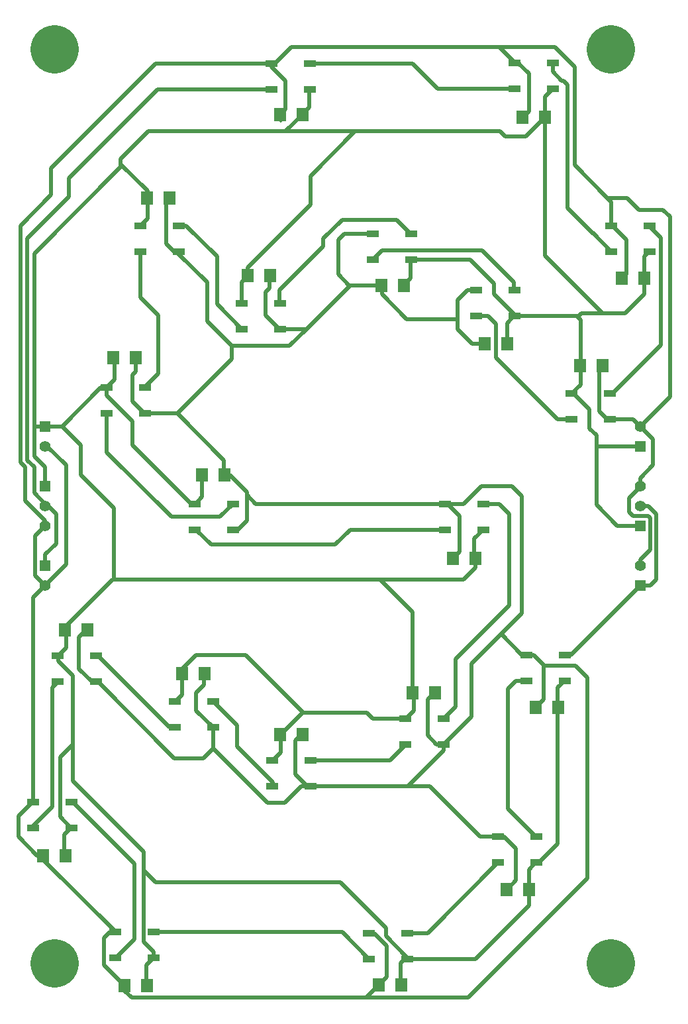
<source format=gtl>
G04 ( created by brdgerber.py ( brdgerber.py v0.1 2014-03-12 ) ) date 2020-10-08 04:24:04 EDT*
G04 Gerber Fmt 3.4, Leading zero omitted, Abs format*
%MOIN*%
%FSLAX34Y34*%
G01*
G70*
G90*
G04 APERTURE LIST*
%ADD10R,0.0550X0.0550*%
%ADD15R,0.0590X0.0354*%
%ADD17R,0.0629X0.0709*%
%ADD13C,0.0120*%
%ADD12C,0.0000*%
%ADD16C,0.0050*%
%ADD14C,0.2440*%
%ADD18C,0.0060*%
%ADD11C,0.0550*%
%ADD19C,0.0200*%
G04 APERTURE END LIST*
G54D10*
D10*
X01550Y-15000D03*
D11*
X01550Y-16000D03*
D10*
X31500Y-16000D03*
D11*
X31500Y-15000D03*
D14*
G01X02000Y-42000D02*
G01X02000Y-42000D01*
D10*
X31500Y-23000D03*
D11*
X31500Y-22000D03*
D10*
X31500Y-20000D03*
D11*
X31500Y-19000D03*
D11*
X31500Y-18000D03*
D10*
X01550Y-22000D03*
D11*
X01550Y-23000D03*
D10*
X01550Y-18000D03*
D11*
X01550Y-19000D03*
D11*
X01550Y-20000D03*
D15*
X12936Y03249D03*
D15*
X12936Y01951D03*
D15*
X14864Y03249D03*
D15*
X14864Y01951D03*
D17*
X13391Y00700D03*
D17*
X14509Y00700D03*
D15*
X17836Y-40501D03*
D15*
X17836Y-41799D03*
D15*
X19764Y-40501D03*
D15*
X19764Y-41799D03*
D15*
X25186Y03299D03*
D15*
X25186Y02001D03*
D15*
X27114Y03299D03*
D15*
X27114Y02001D03*
D15*
X24336Y-35651D03*
D15*
X24336Y-36949D03*
D15*
X26264Y-35651D03*
D15*
X26264Y-36949D03*
D15*
X30036Y-04901D03*
D15*
X30036Y-06199D03*
D15*
X31964Y-04901D03*
D15*
X31964Y-06199D03*
D15*
X29964Y-14649D03*
D15*
X29964Y-13351D03*
D15*
X28036Y-14649D03*
D15*
X28036Y-13351D03*
D15*
X25786Y-26501D03*
D15*
X25786Y-27799D03*
D15*
X27714Y-26501D03*
D15*
X27714Y-27799D03*
D15*
X05086Y-40451D03*
D15*
X05086Y-41749D03*
D15*
X07014Y-40451D03*
D15*
X07014Y-41749D03*
D15*
X00936Y-33901D03*
D15*
X00936Y-35199D03*
D15*
X02864Y-33901D03*
D15*
X02864Y-35199D03*
D15*
X04114Y-27849D03*
D15*
X04114Y-26551D03*
D15*
X02186Y-27849D03*
D15*
X02186Y-26551D03*
D15*
X06564Y-14349D03*
D15*
X06564Y-13051D03*
D15*
X04636Y-14349D03*
D15*
X04636Y-13051D03*
D15*
X08264Y-06199D03*
D15*
X08264Y-04901D03*
D15*
X06336Y-06199D03*
D15*
X06336Y-04901D03*
D15*
X11014Y-20199D03*
D15*
X11014Y-18901D03*
D15*
X09086Y-20199D03*
D15*
X09086Y-18901D03*
D15*
X21686Y-18901D03*
D15*
X21686Y-20199D03*
D15*
X23614Y-18901D03*
D15*
X23614Y-20199D03*
D15*
X13364Y-10099D03*
D15*
X13364Y-08801D03*
D15*
X11436Y-10099D03*
D15*
X11436Y-08801D03*
D15*
X23236Y-08151D03*
D15*
X23236Y-09449D03*
D15*
X25164Y-08151D03*
D15*
X25164Y-09449D03*
D15*
X21614Y-30999D03*
D15*
X21614Y-29701D03*
D15*
X19686Y-30999D03*
D15*
X19686Y-29701D03*
D15*
X14914Y-33099D03*
D15*
X14914Y-31801D03*
D15*
X12986Y-33099D03*
D15*
X12986Y-31801D03*
D15*
X10014Y-30149D03*
D15*
X10014Y-28851D03*
D15*
X08086Y-30149D03*
D15*
X08086Y-28851D03*
D17*
X25591Y00550D03*
D17*
X26709Y00550D03*
D17*
X30591Y-07550D03*
D17*
X31709Y-07550D03*
D17*
X29609Y-11950D03*
D17*
X28491Y-11950D03*
D17*
X26241Y-29150D03*
D17*
X27359Y-29150D03*
D17*
X24791Y-38300D03*
D17*
X25909Y-38300D03*
D17*
X18341Y-43100D03*
D17*
X19459Y-43100D03*
D17*
X05541Y-43150D03*
D17*
X06659Y-43150D03*
D17*
X01441Y-36600D03*
D17*
X02559Y-36600D03*
D17*
X03659Y-25250D03*
D17*
X02541Y-25250D03*
D17*
X06109Y-11550D03*
D17*
X04991Y-11550D03*
D17*
X07809Y-03500D03*
D17*
X06691Y-03500D03*
D17*
X12859Y-07400D03*
D17*
X11741Y-07400D03*
D17*
X18491Y-07900D03*
D17*
X19609Y-07900D03*
D17*
X23691Y-10850D03*
D17*
X24809Y-10850D03*
D17*
X10559Y-17450D03*
D17*
X09441Y-17450D03*
D17*
X22091Y-21650D03*
D17*
X23209Y-21650D03*
D17*
X21159Y-28400D03*
D17*
X20041Y-28400D03*
D17*
X14509Y-30500D03*
D17*
X13391Y-30500D03*
D17*
X09559Y-27450D03*
D17*
X08441Y-27450D03*
D15*
X18036Y-05301D03*
D15*
X18036Y-06599D03*
D15*
X19964Y-05301D03*
D15*
X19964Y-06599D03*
D14*
G01X30000Y04000D02*
G01X30000Y04000D01*
D14*
G01X30000Y-42000D02*
G01X30000Y-42000D01*
D14*
G01X02000Y04000D02*
G01X02000Y04000D01*
D19*
G01X29450Y-12100D02*
G01X29600Y-11950D01*
D19*
G01X29450Y-14250D02*
G01X29450Y-12100D01*
D19*
G01X25800Y-27800D02*
G01X25250Y-27800D01*
D19*
G01X26650Y-28750D02*
G01X26250Y-29150D01*
D19*
G01X14750Y-33100D02*
G01X14150Y-32500D01*
D19*
G01X14900Y-33100D02*
G01X14750Y-33100D01*
D19*
G01X06700Y-04550D02*
G01X06350Y-04900D01*
D19*
G01X06700Y-03450D02*
G01X06700Y-04550D01*
D19*
G01X19750Y-09600D02*
G01X22300Y-09600D01*
D19*
G01X18500Y-08350D02*
G01X19750Y-09600D01*
D19*
G01X18500Y-07900D02*
G01X18500Y-08350D01*
D19*
G01X12150Y-18900D02*
G01X21700Y-18900D01*
D19*
G01X05050Y-12650D02*
G01X04650Y-13050D01*
D19*
G01X05050Y-11450D02*
G01X05050Y-12650D01*
D19*
G01X08250Y-06200D02*
G01X08050Y-06200D01*
D19*
G01X07650Y-03650D02*
G01X07800Y-03500D01*
D19*
G01X07650Y-05800D02*
G01X07650Y-03650D01*
D19*
G01X08050Y-06200D02*
G01X07650Y-05800D01*
D19*
G01X09450Y-18550D02*
G01X09100Y-18900D01*
D19*
G01X09450Y-17400D02*
G01X09450Y-18550D01*
D19*
G01X06550Y-03350D02*
G01X06700Y-03500D01*
D19*
G01X17850Y-40500D02*
G01X18100Y-40500D01*
D19*
G01X09550Y-27450D02*
G01X09550Y-28000D01*
D19*
G01X24900Y-19400D02*
G01X24900Y-24000D01*
D19*
G01X02600Y-26150D02*
G01X02200Y-26550D01*
D19*
G01X02500Y-35550D02*
G01X02850Y-35200D01*
D19*
G01X02600Y-25150D02*
G01X02600Y-26150D01*
D19*
G01X02500Y-36600D02*
G01X02500Y-35550D01*
D19*
G01X03250Y-25600D02*
G01X03700Y-25150D01*
D19*
G01X03250Y-27200D02*
G01X03250Y-25600D01*
D19*
G01X03900Y-27850D02*
G01X03250Y-27200D01*
D19*
G01X04100Y-27850D02*
G01X03900Y-27850D01*
D19*
G01X08450Y-28500D02*
G01X08100Y-28850D01*
D19*
G01X08450Y-27400D02*
G01X08450Y-28500D01*
D19*
G01X01550Y-19000D02*
G01X01700Y-19000D01*
D19*
G01X17750Y-29400D02*
G01X14500Y-29400D01*
D19*
G01X18700Y-40650D02*
G01X18700Y-40250D01*
D19*
G01X14900Y-31800D02*
G01X18900Y-31800D01*
D19*
G01X09500Y-31700D02*
G01X10000Y-31200D01*
D19*
G01X08050Y-31700D02*
G01X09500Y-31700D01*
D19*
G01X22200Y-26700D02*
G01X22200Y-29100D01*
D19*
G01X01050Y-22500D02*
G01X01550Y-23000D01*
D19*
G01X27550Y02400D02*
G01X27650Y02400D01*
D19*
G01X12950Y03250D02*
G01X12950Y03100D01*
D19*
G01X12950Y03100D02*
G01X13650Y02400D01*
D19*
G01X01050Y-20900D02*
G01X01050Y-22500D01*
D19*
G01X08100Y-30150D02*
G01X07800Y-30150D01*
D19*
G01X19800Y-33100D02*
G01X14900Y-33100D01*
D19*
G01X25200Y03300D02*
G01X25400Y03300D01*
D19*
G01X02600Y-21950D02*
G01X01550Y-23000D01*
D19*
G01X25550Y-24400D02*
G01X23000Y-26950D01*
D19*
G01X01050Y-20500D02*
G01X01550Y-20000D01*
D19*
G01X31500Y-17600D02*
G01X32150Y-16950D01*
D19*
G01X23000Y-26950D02*
G01X23000Y-29600D01*
D19*
G01X28200Y03100D02*
G01X28200Y-01850D01*
D19*
G01X07100Y-37950D02*
G01X06500Y-37350D01*
D19*
G01X30950Y-19300D02*
G01X31150Y-19500D01*
D19*
G01X06100Y-12250D02*
G01X05950Y-12400D01*
D19*
G01X04200Y-27850D02*
G01X08050Y-31700D01*
D19*
G01X04100Y-27850D02*
G01X04200Y-27850D01*
D19*
G01X24250Y-11550D02*
G01X27350Y-14650D01*
D19*
G01X16300Y-07350D02*
G01X16300Y-05600D01*
D19*
G01X09100Y-20200D02*
G01X09150Y-20200D01*
D19*
G01X01450Y-36600D02*
G01X01450Y-36800D01*
D19*
G01X08900Y-18900D02*
G01X09100Y-18900D01*
D19*
G01X23200Y-21650D02*
G01X23200Y-22100D01*
D19*
G01X16600Y-05300D02*
G01X18050Y-05300D01*
D19*
G01X11650Y-26500D02*
G01X14550Y-29400D01*
D19*
G01X18500Y-07900D02*
G01X16850Y-07900D01*
D19*
G01X12750Y-33950D02*
G01X13600Y-33950D01*
D19*
G01X11450Y-08800D02*
G01X11450Y-07750D01*
D19*
G01X11450Y-07750D02*
G01X11800Y-07400D01*
D19*
G01X02300Y-34650D02*
G01X02850Y-35200D01*
D19*
G01X20050Y-28400D02*
G01X20050Y-24350D01*
D19*
G01X29300Y-15450D02*
G01X29300Y-16450D01*
D19*
G01X02300Y-31650D02*
G01X02300Y-34650D01*
D19*
G01X09150Y-26500D02*
G01X11650Y-26500D01*
D19*
G01X08450Y-27450D02*
G01X08450Y-27200D01*
D19*
G01X29950Y-14650D02*
G01X29850Y-14650D01*
D19*
G01X10000Y-30150D02*
G01X10000Y-30250D01*
D19*
G01X29850Y-14650D02*
G01X29450Y-14250D01*
D19*
G01X24900Y-24000D02*
G01X22200Y-26700D01*
D19*
G01X28500Y-11950D02*
G01X28500Y-12900D01*
D19*
G01X28500Y-12900D02*
G01X28050Y-13350D01*
D19*
G01X21700Y-18900D02*
G01X21800Y-18900D01*
D19*
G01X21800Y-18900D02*
G01X22400Y-19500D01*
D19*
G01X22400Y-19500D02*
G01X22400Y-21300D01*
D19*
G01X22400Y-21300D02*
G01X22050Y-21650D01*
D19*
G01X23150Y-21650D02*
G01X23150Y-20650D01*
D19*
G01X23150Y-20650D02*
G01X23600Y-20200D01*
D19*
G01X14150Y-32500D02*
G01X14150Y-30800D01*
D19*
G01X13400Y-30450D02*
G01X13400Y-31400D01*
D19*
G01X13400Y-31400D02*
G01X13000Y-31800D01*
D19*
G01X14150Y-30800D02*
G01X14500Y-30450D01*
D19*
G01X27350Y-29200D02*
G01X27350Y-28150D01*
D19*
G01X27350Y-28150D02*
G01X27700Y-27800D01*
D19*
G01X20100Y-28350D02*
G01X20100Y-29300D01*
D19*
G01X20100Y-29300D02*
G01X19700Y-29700D01*
D19*
G01X21600Y-31000D02*
G01X21250Y-31000D01*
D19*
G01X21250Y-31000D02*
G01X20800Y-30550D01*
D19*
G01X20800Y-30550D02*
G01X20800Y-28750D01*
D19*
G01X20800Y-28750D02*
G01X21200Y-28350D01*
D19*
G01X24850Y-34250D02*
G01X26250Y-35650D01*
D19*
G01X26700Y-06400D02*
G01X29600Y-09300D01*
D19*
G01X21600Y-31000D02*
G01X21600Y-31300D01*
D19*
G01X24350Y-35650D02*
G01X23450Y-35650D01*
D19*
G01X25900Y-38300D02*
G01X25900Y-37300D01*
D19*
G01X25900Y-37300D02*
G01X26250Y-36950D01*
D19*
G01X19750Y-41800D02*
G01X19650Y-41800D01*
D19*
G01X19650Y-41800D02*
G01X19450Y-42000D01*
D19*
G01X19450Y-42000D02*
G01X19450Y-43150D01*
D19*
G01X23200Y-22100D02*
G01X22600Y-22700D01*
D19*
G01X07000Y-41450D02*
G01X06500Y-40950D01*
D19*
G01X16300Y-05600D02*
G01X16600Y-05300D01*
D19*
G01X23600Y-18900D02*
G01X24400Y-18900D01*
D19*
G01X10000Y-31200D02*
G01X12750Y-33950D01*
D19*
G01X02200Y-26550D02*
G01X02200Y-26800D01*
D19*
G01X01550Y-16000D02*
G01X01650Y-16000D01*
D19*
G01X31500Y-18000D02*
G01X31500Y-18050D01*
D19*
G01X28250Y-27050D02*
G01X26650Y-27050D01*
D19*
G01X06650Y-42100D02*
G01X07000Y-41750D01*
D19*
G01X31500Y-16000D02*
G01X29300Y-16000D01*
D19*
G01X25550Y-26500D02*
G01X24500Y-25450D01*
D19*
G01X11700Y-18300D02*
G01X11700Y-18450D01*
D19*
G01X13400Y00700D02*
G01X13400Y00400D01*
D19*
G01X25800Y-26500D02*
G01X25550Y-26500D01*
D19*
G01X31500Y-23000D02*
G01X32000Y-23000D01*
D19*
G01X06650Y-43100D02*
G01X06650Y-42100D01*
D19*
G01X31900Y-19500D02*
G01X31150Y-19500D01*
D19*
G01X16500Y-40450D02*
G01X17850Y-41800D01*
D19*
G01X01550Y-22000D02*
G01X01550Y-21450D01*
D19*
G01X01550Y-21450D02*
G01X02100Y-20900D01*
D19*
G01X31500Y-19000D02*
G01X31900Y-19000D01*
D19*
G01X24250Y-11350D02*
G01X24250Y-11550D01*
D19*
G01X24400Y-18900D02*
G01X24900Y-19400D01*
D19*
G01X08250Y-06200D02*
G01X08300Y-06200D01*
D19*
G01X13650Y00950D02*
G01X13400Y00700D01*
D19*
G01X13650Y02400D02*
G01X13650Y00950D01*
D19*
G01X14850Y01950D02*
G01X14850Y01050D01*
D19*
G01X14850Y01050D02*
G01X14500Y00700D01*
D19*
G01X18700Y-40250D02*
G01X16400Y-37950D01*
D19*
G01X32150Y-15650D02*
G01X31500Y-15000D01*
D19*
G01X10550Y-17450D02*
G01X10550Y-16700D01*
D19*
G01X16400Y-37950D02*
G01X07100Y-37950D01*
D19*
G01X10550Y-16700D02*
G01X08200Y-14350D01*
D19*
G01X13350Y-08800D02*
G01X13250Y-08800D01*
D19*
G01X02600Y-16950D02*
G01X02600Y-21950D01*
D19*
G01X27650Y02400D02*
G01X27850Y02200D01*
D19*
G01X18900Y-31800D02*
G01X19700Y-31000D01*
D19*
G01X32150Y-16950D02*
G01X32150Y-15650D01*
D19*
G01X31500Y-22000D02*
G01X31500Y-21700D01*
D19*
G01X24850Y-28200D02*
G01X24850Y-34250D01*
D19*
G01X26250Y-36950D02*
G01X26400Y-36950D01*
D19*
G01X25250Y-27800D02*
G01X24850Y-28200D01*
D19*
G01X25750Y-00400D02*
G01X26700Y00550D01*
D19*
G01X06050Y-40800D02*
G01X05100Y-41750D01*
D19*
G01X32000Y-19600D02*
G01X31900Y-19500D01*
D19*
G01X27200Y04100D02*
G01X28200Y03100D01*
D19*
G01X26650Y-27000D02*
G01X26650Y-28750D01*
D19*
G01X01000Y-15000D02*
G01X01550Y-15000D01*
D19*
G01X22600Y-22700D02*
G01X06000Y-22700D01*
D19*
G01X19750Y-41700D02*
G01X18700Y-40650D01*
D19*
G01X25550Y-18500D02*
G01X25550Y-24400D01*
D19*
G01X25050Y-18000D02*
G01X25550Y-18500D01*
D19*
G01X32000Y-21200D02*
G01X32000Y-19600D01*
D19*
G01X24300Y04100D02*
G01X27200Y04100D01*
D19*
G01X05950Y-12400D02*
G01X05950Y-13750D01*
D19*
G01X02950Y-31000D02*
G01X02300Y-31650D01*
D19*
G01X02950Y-27550D02*
G01X02950Y-31000D01*
D19*
G01X05550Y-43400D02*
G01X05900Y-43750D01*
D19*
G01X21600Y-31300D02*
G01X19800Y-33100D01*
D19*
G01X01450Y-36800D02*
G01X05100Y-40450D01*
D19*
G01X14450Y-33100D02*
G01X14900Y-33100D01*
D19*
G01X19950Y-07550D02*
G01X19600Y-07900D01*
D19*
G01X19950Y-06600D02*
G01X19950Y-07550D01*
D19*
G01X28150Y-13350D02*
G01X28950Y-14150D01*
D19*
G01X29950Y-14650D02*
G01X30250Y-14650D01*
D19*
G01X28950Y-15100D02*
G01X29300Y-15450D01*
D19*
G01X28500Y-09650D02*
G01X28300Y-09450D01*
D19*
G01X28050Y-13350D02*
G01X28150Y-13350D01*
D19*
G01X22200Y-29100D02*
G01X21600Y-29700D01*
D19*
G01X14500Y-29400D02*
G01X13400Y-30500D01*
D19*
G01X23000Y-29600D02*
G01X21600Y-31000D01*
D19*
G01X01050Y-20900D02*
G01X01050Y-20500D01*
D19*
G01X00950Y-35100D02*
G01X01900Y-34150D01*
D19*
G01X02100Y-19400D02*
G01X02100Y-20900D01*
D19*
G01X06100Y-11550D02*
G01X06100Y-12250D01*
D19*
G01X01700Y-19000D02*
G01X02100Y-19400D01*
D19*
G01X31500Y-21700D02*
G01X32000Y-21200D01*
D19*
G01X01900Y-28150D02*
G01X02200Y-27850D01*
D19*
G01X19750Y-41800D02*
G01X19750Y-41700D01*
D19*
G01X27350Y-14650D02*
G01X28050Y-14650D01*
D19*
G01X30850Y-20000D02*
G01X31500Y-20000D01*
D19*
G01X28950Y-14150D02*
G01X28950Y-15100D01*
D19*
G01X05950Y-13750D02*
G01X06550Y-14350D01*
D19*
G01X00950Y-35200D02*
G01X00950Y-35100D01*
D19*
G01X05950Y-14750D02*
G01X05950Y-15950D01*
D19*
G01X19700Y-29700D02*
G01X18050Y-29700D01*
D19*
G01X28500Y-11950D02*
G01X28500Y-09650D01*
D19*
G01X05950Y-15950D02*
G01X08900Y-18900D01*
D19*
G01X25250Y-37850D02*
G01X24800Y-38300D01*
D19*
G01X19750Y-40500D02*
G01X20800Y-40500D01*
D19*
G01X20800Y-40500D02*
G01X24350Y-36950D01*
D19*
G01X25900Y-39100D02*
G01X25900Y-38300D01*
D19*
G01X19750Y-41800D02*
G01X23200Y-41800D01*
D19*
G01X23200Y-41800D02*
G01X25900Y-39100D01*
D19*
G01X20900Y-33100D02*
G01X19600Y-33100D01*
D19*
G01X23450Y-35650D02*
G01X20900Y-33100D01*
D19*
G01X18750Y-42700D02*
G01X18350Y-43100D01*
D19*
G01X18750Y-41150D02*
G01X18750Y-42700D01*
D19*
G01X18100Y-40500D02*
G01X18750Y-41150D01*
D19*
G01X07000Y-40450D02*
G01X16500Y-40450D01*
D19*
G01X09550Y-28000D02*
G01X09150Y-28400D01*
D19*
G01X23500Y-18000D02*
G01X25050Y-18000D01*
D19*
G01X16900Y-20200D02*
G01X21700Y-20200D01*
D19*
G01X22600Y-18900D02*
G01X23500Y-18000D01*
D19*
G01X16850Y-07900D02*
G01X16300Y-07350D01*
D19*
G01X21700Y-18900D02*
G01X22600Y-18900D01*
D19*
G01X31500Y-18000D02*
G01X31500Y-17600D01*
D19*
G01X13000Y-33100D02*
G01X13000Y-32900D01*
D19*
G01X13000Y-32900D02*
G01X11200Y-31100D01*
D19*
G01X11200Y-31100D02*
G01X11200Y-30050D01*
D19*
G01X09150Y-29300D02*
G01X10000Y-30150D01*
D19*
G01X09150Y-28400D02*
G01X09150Y-29300D01*
D19*
G01X06500Y-36400D02*
G01X02950Y-32850D01*
D19*
G01X02950Y-32850D02*
G01X02950Y-30950D01*
D19*
G01X06500Y-40950D02*
G01X06500Y-36400D01*
D19*
G01X07000Y-41750D02*
G01X07000Y-41450D01*
D19*
G01X02850Y-33900D02*
G01X02950Y-33900D01*
D19*
G01X02950Y-33900D02*
G01X06050Y-37000D01*
D19*
G01X06050Y-37000D02*
G01X06050Y-40800D01*
D19*
G01X31500Y-18050D02*
G01X30950Y-18600D01*
D19*
G01X10000Y-30150D02*
G01X10000Y-31200D01*
D19*
G01X11200Y-30050D02*
G01X10000Y-28850D01*
D19*
G01X30950Y-18600D02*
G01X30950Y-19300D01*
D19*
G01X28200Y-01850D02*
G01X29850Y-03500D01*
D19*
G01X01900Y-34150D02*
G01X01900Y-28150D01*
D19*
G01X01650Y-16000D02*
G01X02600Y-16950D01*
D19*
G01X05550Y-43150D02*
G01X05550Y-43400D01*
D19*
G01X04200Y-26550D02*
G01X04100Y-26550D01*
D19*
G01X00950Y-33900D02*
G01X00900Y-33900D01*
D19*
G01X00900Y-33900D02*
G01X00200Y-34600D01*
D19*
G01X00200Y-34600D02*
G01X00200Y-35650D01*
D19*
G01X00200Y-35650D02*
G01X01150Y-36600D01*
D19*
G01X01150Y-36600D02*
G01X01450Y-36600D01*
D19*
G01X08450Y-27200D02*
G01X09150Y-26500D01*
D19*
G01X20050Y-24350D02*
G01X18400Y-22700D01*
D19*
G01X07800Y-30150D02*
G01X04200Y-26550D01*
D19*
G01X13600Y-33950D02*
G01X14450Y-33100D01*
D19*
G01X18050Y-29700D02*
G01X17750Y-29400D01*
D19*
G01X02200Y-26800D02*
G01X02950Y-27550D01*
D19*
G01X11000Y-20200D02*
G01X11250Y-20200D01*
D19*
G01X11250Y-20200D02*
G01X11700Y-19750D01*
D19*
G01X11700Y-19750D02*
G01X11700Y-18300D01*
D19*
G01X11700Y-18300D02*
G01X10850Y-17450D01*
D19*
G01X10850Y-17450D02*
G01X10550Y-17450D01*
D19*
G01X11700Y-18450D02*
G01X12150Y-18900D01*
D19*
G01X01550Y-18000D02*
G01X01550Y-17050D01*
D19*
G01X01550Y-17050D02*
G01X01000Y-16500D01*
D19*
G01X01000Y-16500D02*
G01X01000Y-10350D01*
D19*
G01X27850Y-04000D02*
G01X29150Y-05300D01*
D19*
G01X01550Y-19000D02*
G01X01550Y-18900D01*
D19*
G01X01550Y-18900D02*
G01X01000Y-18350D01*
D19*
G01X01000Y-18350D02*
G01X01000Y-17050D01*
D19*
G01X01000Y-17050D02*
G01X00650Y-16700D01*
D19*
G01X00650Y-16700D02*
G01X00650Y-10000D01*
D19*
G01X27850Y02200D02*
G01X27850Y-04000D01*
D19*
G01X01550Y-20000D02*
G01X01550Y-19750D01*
D19*
G01X01550Y-19750D02*
G01X00550Y-18750D01*
D19*
G01X00550Y-18750D02*
G01X00550Y-17050D01*
D19*
G01X00550Y-17050D02*
G01X00300Y-16800D01*
D19*
G01X00300Y-16800D02*
G01X00300Y-07300D01*
D19*
G01X01850Y-02700D02*
G01X01850Y-02000D01*
D19*
G01X01850Y-02000D02*
G01X07100Y03250D01*
D19*
G01X07100Y03250D02*
G01X12950Y03250D01*
D19*
G01X27100Y02850D02*
G01X27550Y02400D01*
D19*
G01X27100Y03300D02*
G01X27100Y02850D01*
D19*
G01X08150Y01950D02*
G01X12950Y01950D01*
D19*
G01X04650Y-13050D02*
G01X04650Y-13450D01*
D19*
G01X04650Y-13450D02*
G01X05950Y-14750D01*
D19*
G01X10350Y-19550D02*
G01X11000Y-18900D01*
D19*
G01X07000Y-00150D02*
G01X13650Y-00150D01*
D19*
G01X13650Y-00150D02*
G01X14500Y00700D01*
D19*
G01X14850Y03250D02*
G01X20050Y03250D01*
D19*
G01X20050Y03250D02*
G01X21300Y02000D01*
D19*
G01X21300Y02000D02*
G01X25200Y02000D01*
D19*
G01X12950Y03250D02*
G01X13100Y03250D01*
D19*
G01X13100Y03250D02*
G01X13950Y04100D01*
D19*
G01X13950Y04100D02*
G01X24400Y04100D01*
D19*
G01X24400Y04100D02*
G01X25200Y03300D01*
D19*
G01X13550Y-00150D02*
G01X24450Y-00150D01*
D19*
G01X24450Y-00150D02*
G01X24700Y-00400D01*
D19*
G01X24700Y-00400D02*
G01X25750Y-00400D01*
D19*
G01X26700Y00550D02*
G01X26700Y01600D01*
D19*
G01X26700Y01600D02*
G01X27100Y02000D01*
D19*
G01X17650Y-43750D02*
G01X22850Y-43750D01*
D19*
G01X04500Y-42100D02*
G01X05550Y-43150D01*
D19*
G01X04500Y-40750D02*
G01X04500Y-42100D01*
D19*
G01X29100Y-05250D02*
G01X30050Y-06200D01*
D19*
G01X30050Y-04900D02*
G01X30100Y-04900D01*
D19*
G01X30100Y-04900D02*
G01X30800Y-05600D01*
D19*
G01X30800Y-05600D02*
G01X30800Y-07350D01*
D19*
G01X30800Y-07350D02*
G01X30600Y-07550D01*
D19*
G01X31700Y-07550D02*
G01X31700Y-06450D01*
D19*
G01X31700Y-06450D02*
G01X31950Y-06200D01*
D19*
G01X23250Y-09450D02*
G01X23850Y-09450D01*
D19*
G01X23850Y-09450D02*
G01X24250Y-09850D01*
D19*
G01X24250Y-09850D02*
G01X24250Y-11350D01*
D19*
G01X09150Y-20200D02*
G01X09900Y-20950D01*
D19*
G01X26150Y-26500D02*
G01X26650Y-27000D01*
D19*
G01X25800Y-26500D02*
G01X26150Y-26500D01*
D19*
G01X25250Y-36250D02*
G01X25250Y-37850D01*
D19*
G01X27350Y-36000D02*
G01X27350Y-29150D01*
D19*
G01X26400Y-36950D02*
G01X27350Y-36000D01*
D19*
G01X31900Y-19000D02*
G01X32300Y-19400D01*
D19*
G01X25200Y03300D02*
G01X25350Y03300D01*
D19*
G01X25350Y03300D02*
G01X25900Y02750D01*
D19*
G01X25900Y02750D02*
G01X25900Y00850D01*
D19*
G01X25900Y00850D02*
G01X25600Y00550D01*
D19*
G01X22850Y-43750D02*
G01X28850Y-37750D01*
D19*
G01X28850Y-37750D02*
G01X28850Y-27650D01*
D19*
G01X04800Y-40450D02*
G01X04500Y-40750D01*
D19*
G01X24800Y-10850D02*
G01X24800Y-09800D01*
D19*
G01X24800Y-09800D02*
G01X25150Y-09450D01*
D19*
G01X25150Y-09450D02*
G01X28400Y-09450D01*
D19*
G01X28400Y-09450D02*
G01X28550Y-09300D01*
D19*
G01X28550Y-09300D02*
G01X29950Y-09300D01*
D19*
G01X30000Y-09300D02*
G01X30750Y-09300D01*
D19*
G01X30750Y-09300D02*
G01X31700Y-08350D01*
D19*
G01X31700Y-08350D02*
G01X31700Y-07550D01*
D19*
G01X23050Y-10850D02*
G01X23700Y-10850D01*
D19*
G01X22300Y-10100D02*
G01X23050Y-10850D01*
D19*
G01X22300Y-08650D02*
G01X22300Y-10100D01*
D19*
G01X22800Y-08150D02*
G01X22300Y-08650D01*
D19*
G01X23250Y-08150D02*
G01X22800Y-08150D01*
D19*
G01X09900Y-20950D02*
G01X16150Y-20950D01*
D19*
G01X31450Y-04100D02*
G01X32500Y-04100D01*
D19*
G01X32300Y-22700D02*
G01X32000Y-23000D01*
D19*
G01X32300Y-19400D02*
G01X32300Y-22700D01*
D19*
G01X24650Y-35650D02*
G01X25250Y-36250D01*
D19*
G01X24350Y-35650D02*
G01X24650Y-35650D01*
D19*
G01X16150Y-20950D02*
G01X16900Y-20200D01*
D19*
G01X28850Y-27650D02*
G01X28250Y-27050D01*
D19*
G01X05100Y-40450D02*
G01X04800Y-40450D01*
D19*
G01X29850Y-03500D02*
G01X30850Y-03500D01*
D19*
G01X30850Y-03500D02*
G01X31450Y-04100D01*
D19*
G01X25150Y-09450D02*
G01X25150Y-09350D01*
D19*
G01X25150Y-09350D02*
G01X24150Y-08350D01*
D19*
G01X24150Y-08350D02*
G01X24150Y-07800D01*
D19*
G01X24150Y-07800D02*
G01X22950Y-06600D01*
D19*
G01X22950Y-06600D02*
G01X19950Y-06600D01*
D19*
G01X25150Y-08150D02*
G01X25150Y-07750D01*
D19*
G01X25150Y-07750D02*
G01X23550Y-06150D01*
D19*
G01X23550Y-06150D02*
G01X18500Y-06150D01*
D19*
G01X18500Y-06150D02*
G01X18050Y-06600D01*
D19*
G01X12850Y-07400D02*
G01X12850Y-08050D01*
D19*
G01X12850Y-08050D02*
G01X12650Y-08250D01*
D19*
G01X12650Y-08250D02*
G01X12650Y-09400D01*
D19*
G01X12650Y-09400D02*
G01X13350Y-10100D01*
D19*
G01X13350Y-08800D02*
G01X13350Y-08150D01*
D19*
G01X13350Y-08150D02*
G01X15550Y-05950D01*
D19*
G01X15550Y-05950D02*
G01X15550Y-05550D01*
D19*
G01X15550Y-05550D02*
G01X16500Y-04600D01*
D19*
G01X16500Y-04600D02*
G01X19250Y-04600D01*
D19*
G01X19250Y-04600D02*
G01X19950Y-05300D01*
D19*
G01X13350Y-10100D02*
G01X14700Y-10100D01*
D19*
G01X14700Y-10100D02*
G01X16900Y-07900D01*
D19*
G01X11750Y-07400D02*
G01X11750Y-07000D01*
D19*
G01X11750Y-07000D02*
G01X14900Y-03850D01*
D19*
G01X14900Y-03850D02*
G01X14900Y-02400D01*
D19*
G01X14900Y-02400D02*
G01X17150Y-00150D01*
D19*
G01X26700Y00550D02*
G01X26700Y-06400D01*
D19*
G01X08250Y-04900D02*
G01X08650Y-04900D01*
D19*
G01X08650Y-04900D02*
G01X10200Y-06450D01*
D19*
G01X10200Y-06450D02*
G01X10200Y-08850D01*
D19*
G01X10200Y-08850D02*
G01X11450Y-10100D01*
D19*
G01X08250Y-06200D02*
G01X08250Y-06300D01*
D19*
G01X08250Y-06300D02*
G01X09700Y-07750D01*
D19*
G01X09700Y-07750D02*
G01X09700Y-09700D01*
D19*
G01X09700Y-09700D02*
G01X10950Y-10950D01*
D19*
G01X10950Y-10950D02*
G01X13850Y-10950D01*
D19*
G01X13850Y-10950D02*
G01X14700Y-10100D01*
D19*
G01X06700Y-03500D02*
G01X06700Y-03150D01*
D19*
G01X06700Y-03150D02*
G01X05350Y-01800D01*
D19*
G01X06350Y-06200D02*
G01X06350Y-08500D01*
D19*
G01X06350Y-08500D02*
G01X07250Y-09400D01*
D19*
G01X07250Y-09400D02*
G01X07250Y-12350D01*
D19*
G01X07250Y-12350D02*
G01X06550Y-13050D01*
D19*
G01X06550Y-14350D02*
G01X08200Y-14350D01*
D19*
G01X08200Y-14350D02*
G01X10950Y-11600D01*
D19*
G01X10950Y-11600D02*
G01X10950Y-10950D01*
D19*
G01X17700Y-43750D02*
G01X18350Y-43100D01*
D19*
G01X05900Y-43750D02*
G01X17700Y-43750D01*
D19*
G01X04650Y-14350D02*
G01X04650Y-16300D01*
D19*
G01X04650Y-16300D02*
G01X07900Y-19550D01*
D19*
G01X07900Y-19550D02*
G01X10350Y-19550D01*
D19*
G01X00300Y-07300D02*
G01X00300Y-04900D01*
D19*
G01X00300Y-04900D02*
G01X01850Y-03350D01*
D19*
G01X01850Y-03350D02*
G01X01850Y-02600D01*
D19*
G01X07050Y-00150D02*
G01X06750Y-00150D01*
D19*
G01X06750Y-00150D02*
G01X05350Y-01550D01*
D19*
G01X05350Y-01550D02*
G01X05350Y-01800D01*
D19*
G01X08200Y01950D02*
G01X07200Y01950D01*
D19*
G01X07200Y01950D02*
G01X02750Y-02500D01*
D19*
G01X02750Y-02500D02*
G01X02750Y-03450D01*
D19*
G01X02750Y-03450D02*
G01X00650Y-05550D01*
D19*
G01X00650Y-05550D02*
G01X00650Y-10050D01*
D19*
G01X01000Y-10450D02*
G01X01000Y-06300D01*
D19*
G01X01000Y-06300D02*
G01X05350Y-01950D01*
D19*
G01X05350Y-01950D02*
G01X05350Y-01700D01*
D19*
G01X01550Y-15000D02*
G01X02400Y-15000D01*
D19*
G01X02400Y-15000D02*
G01X04350Y-13050D01*
D19*
G01X04350Y-13050D02*
G01X04650Y-13050D01*
D19*
G01X30050Y-04900D02*
G01X30050Y-03700D01*
D19*
G01X30050Y-03700D02*
G01X29750Y-03400D01*
D19*
G01X29950Y-14650D02*
G01X31150Y-14650D01*
D19*
G01X31150Y-14650D02*
G01X31500Y-15000D01*
D19*
G01X29950Y-13350D02*
G01X30100Y-13350D01*
D19*
G01X30100Y-13350D02*
G01X32550Y-10900D01*
D19*
G01X32550Y-10900D02*
G01X32550Y-05500D01*
D19*
G01X32550Y-05500D02*
G01X31950Y-04900D01*
D19*
G01X32450Y-04100D02*
G01X32650Y-04100D01*
D19*
G01X32650Y-04100D02*
G01X33000Y-04450D01*
D19*
G01X33000Y-04450D02*
G01X33000Y-13500D01*
D19*
G01X33000Y-13500D02*
G01X31500Y-15000D01*
D19*
G01X30800Y-20000D02*
G01X30350Y-20000D01*
D19*
G01X30350Y-20000D02*
G01X29300Y-18950D01*
D19*
G01X29300Y-18950D02*
G01X29300Y-16350D01*
D19*
G01X27700Y-26500D02*
G01X28000Y-26500D01*
D19*
G01X28000Y-26500D02*
G01X31500Y-23000D01*
D19*
G01X00950Y-23600D02*
G01X01550Y-23000D01*
D19*
G01X02550Y-25250D02*
G01X02550Y-25100D01*
D19*
G01X02550Y-25100D02*
G01X04950Y-22700D01*
D19*
G01X04950Y-22700D02*
G01X06150Y-22700D01*
D19*
G01X00950Y-33900D02*
G01X00950Y-23600D01*
D19*
G01X05000Y-22700D02*
G01X05000Y-19100D01*
D19*
G01X05000Y-19100D02*
G01X03350Y-17450D01*
D19*
G01X03350Y-17450D02*
G01X03350Y-15950D01*
D19*
G01X03350Y-15950D02*
G01X02400Y-15000D01*
M02*

</source>
